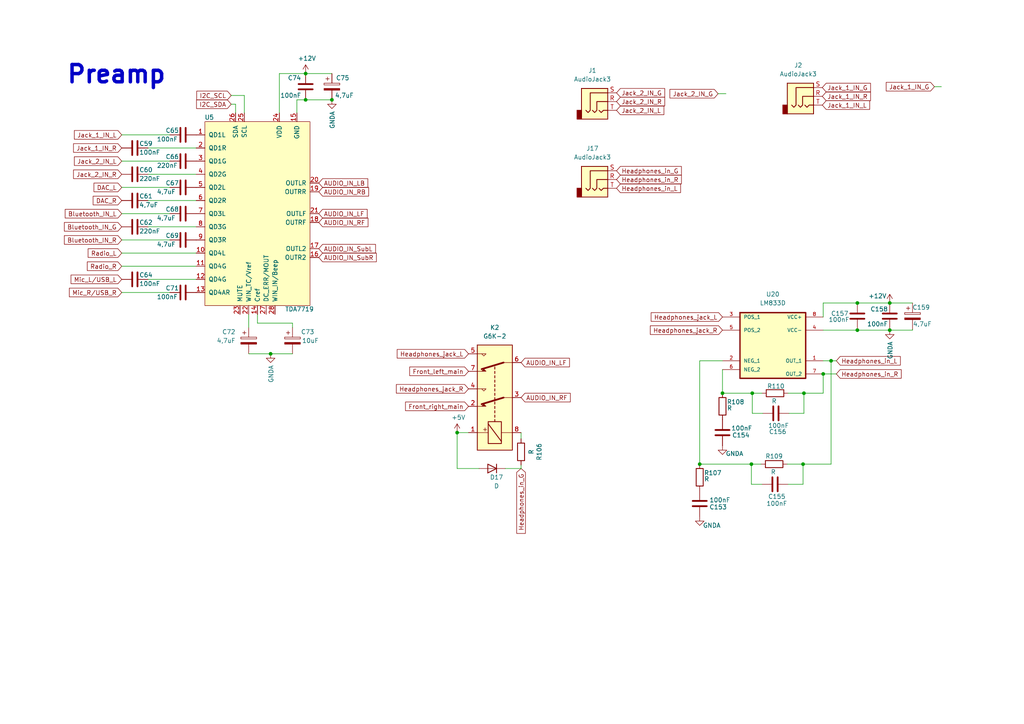
<source format=kicad_sch>
(kicad_sch (version 20211123) (generator eeschema)
  (paper "A4")
  (lib_symbols
    (symbol "Connector:AudioJack3"
      (property "Reference" "J" (at 0 8.89 0))
      (property "Value" "AudioJack3" (at 0 6.35 0))
      (symbol "AudioJack3_0_1"
        (rectangle (start -5.08 -5.08) (end -6.35 -2.54) (stroke (width 0.254)) (fill (type outline)))
        (polyline (pts (xy 0 -2.54) (xy 0.635 -3.175) (xy 1.27 -2.54) (xy 2.54 -2.54)) (stroke (width 0.254)))
        (polyline (pts (xy -1.905 -2.54) (xy -1.27 -3.175) (xy -0.635 -2.54) (xy -0.635 0) (xy 2.54 0)) (stroke (width 0.254)))
        (polyline (pts (xy 2.54 2.54) (xy -2.54 2.54) (xy -2.54 -2.54) (xy -3.175 -3.175) (xy -3.81 -2.54)) (stroke (width 0.254)))
        (rectangle (start 2.54 3.81) (end -5.08 -5.08) (stroke (width 0.254)) (fill (type background)))
      )
      (symbol "AudioJack3_1_1"
        (pin passive line (at 5.08 0 180) (length 2.54) (name "~") (number "R"))
        (pin passive line (at 5.08 2.54 180) (length 2.54) (name "~") (number "S"))
        (pin passive line (at 5.08 -2.54 180) (length 2.54) (name "~") (number "T"))
      )
    )
    (symbol "Device:C" (pin_numbers hide) (pin_names (offset 0.254))
      (property "Reference" "C" (at 0.635 2.54 0))
      (property "Value" "C" (at 0.635 -2.54 0))
      (symbol "C_0_1"
        (polyline (pts (xy -2.032 -0.762) (xy 2.032 -0.762)) (stroke (width 0.508)))
        (polyline (pts (xy -2.032 0.762) (xy 2.032 0.762)) (stroke (width 0.508)))
      )
      (symbol "C_1_1"
        (pin passive line (at 0 3.81 270) (length 2.794) (name "~") (number "1"))
        (pin passive line (at 0 -3.81 90) (length 2.794) (name "~") (number "2"))
      )
    )
    (symbol "Device:CP" (pin_numbers hide) (pin_names (offset 0.254))
      (property "Reference" "C" (at 0.635 2.54 0))
      (property "Value" "Device_CP" (at 0.635 -2.54 0))
      (symbol "CP_0_1"
        (rectangle (start -2.286 0.508) (end 2.286 1.016))
        (polyline (pts (xy -1.778 2.286) (xy -0.762 2.286)))
        (polyline (pts (xy -1.27 2.794) (xy -1.27 1.778)))
        (rectangle (start 2.286 -0.508) (end -2.286 -1.016) (fill (type outline)))
      )
      (symbol "CP_1_1"
        (pin passive line (at 0 3.81 270) (length 2.794) (name "~") (number "1"))
        (pin passive line (at 0 -3.81 90) (length 2.794) (name "~") (number "2"))
      )
    )
    (symbol "Device:D" (pin_numbers hide) (pin_names (offset 1.016) hide)
      (property "Reference" "D" (at 0 2.54 0))
      (property "Value" "D" (at 0 -2.54 0))
      (symbol "D_0_1"
        (polyline (pts (xy -1.27 1.27) (xy -1.27 -1.27)) (stroke (width 0.254)))
        (polyline (pts (xy 1.27 0) (xy -1.27 0)))
        (polyline (pts (xy 1.27 1.27) (xy 1.27 -1.27) (xy -1.27 0) (xy 1.27 1.27)) (stroke (width 0.254)))
      )
      (symbol "D_1_1"
        (pin passive line (at -3.81 0 0) (length 2.54) (name "K") (number "1"))
        (pin passive line (at 3.81 0 180) (length 2.54) (name "A") (number "2"))
      )
    )
    (symbol "Device:R" (pin_numbers hide) (pin_names (offset 0))
      (property "Reference" "R" (at 2.032 0 90))
      (property "Value" "R" (at 0 0 90))
      (symbol "R_0_1"
        (rectangle (start -1.016 -2.54) (end 1.016 2.54) (stroke (width 0.254)))
      )
      (symbol "R_1_1"
        (pin passive line (at 0 3.81 270) (length 1.27) (name "~") (number "1"))
        (pin passive line (at 0 -3.81 90) (length 1.27) (name "~") (number "2"))
      )
    )
    (symbol "Relay:G6K-2"
      (property "Reference" "K" (at 16.51 3.81 0))
      (property "Value" "G6K-2" (at 16.51 1.27 0))
      (symbol "G6K-2_0_0"
        (text "+" (at -9.271 2.921 0) (effects (font (size 1.27 1.27))))
      )
      (symbol "G6K-2_0_1"
        (rectangle (start -15.24 5.08) (end 15.24 -5.08) (stroke (width 0.254)) (fill (type background)))
        (rectangle (start -13.335 1.905) (end -6.985 -1.905) (stroke (width 0.254)))
        (polyline (pts (xy -12.7 -1.905) (xy -7.62 1.905)) (stroke (width 0.254)))
        (polyline (pts (xy -10.16 -5.08) (xy -10.16 -1.905)))
        (polyline (pts (xy -10.16 5.08) (xy -10.16 1.905)))
        (polyline (pts (xy -6.985 0) (xy -6.35 0)) (stroke (width 0.254)))
        (polyline (pts (xy -5.715 0) (xy -5.08 0)) (stroke (width 0.254)))
        (polyline (pts (xy -4.445 0) (xy -3.81 0)) (stroke (width 0.254)))
        (polyline (pts (xy -3.175 0) (xy -2.54 0)) (stroke (width 0.254)))
        (polyline (pts (xy -1.905 0) (xy -1.27 0)) (stroke (width 0.254)))
        (polyline (pts (xy -0.635 0) (xy 0 0)) (stroke (width 0.254)))
        (polyline (pts (xy 0 -2.54) (xy -1.905 3.81)) (stroke (width 0.508)))
        (polyline (pts (xy 0 -2.54) (xy 0 -5.08)))
        (polyline (pts (xy 0.635 0) (xy 1.27 0)) (stroke (width 0.254)))
        (polyline (pts (xy 1.905 0) (xy 2.54 0)) (stroke (width 0.254)))
        (polyline (pts (xy 3.175 0) (xy 3.81 0)) (stroke (width 0.254)))
        (polyline (pts (xy 4.445 0) (xy 5.08 0)) (stroke (width 0.254)))
        (polyline (pts (xy 5.715 0) (xy 6.35 0)) (stroke (width 0.254)))
        (polyline (pts (xy 6.985 0) (xy 7.62 0)) (stroke (width 0.254)))
        (polyline (pts (xy 8.255 0) (xy 8.89 0)) (stroke (width 0.254)))
        (polyline (pts (xy 10.16 -2.54) (xy 8.255 3.81)) (stroke (width 0.508)))
        (polyline (pts (xy 10.16 -2.54) (xy 10.16 -5.08)))
        (polyline (pts (xy -2.54 5.08) (xy -2.54 2.54) (xy -1.905 3.175) (xy -2.54 3.81)) (fill (type outline)))
        (polyline (pts (xy 2.54 5.08) (xy 2.54 2.54) (xy 1.905 3.175) (xy 2.54 3.81)))
        (polyline (pts (xy 7.62 5.08) (xy 7.62 2.54) (xy 8.255 3.175) (xy 7.62 3.81)) (fill (type outline)))
        (polyline (pts (xy 12.7 5.08) (xy 12.7 2.54) (xy 12.065 3.175) (xy 12.7 3.81)))
      )
      (symbol "G6K-2_1_1"
        (pin passive line (at -10.16 7.62 270) (length 2.54) (name "~") (number "1"))
        (pin passive line (at -2.54 7.62 270) (length 2.54) (name "~") (number "2"))
        (pin passive line (at 0 -7.62 90) (length 2.54) (name "~") (number "3"))
        (pin passive line (at 2.54 7.62 270) (length 2.54) (name "~") (number "4"))
        (pin passive line (at 12.7 7.62 270) (length 2.54) (name "~") (number "5"))
        (pin passive line (at 10.16 -7.62 90) (length 2.54) (name "~") (number "6"))
        (pin passive line (at 7.62 7.62 270) (length 2.54) (name "~") (number "7"))
        (pin passive line (at -10.16 -7.62 90) (length 2.54) (name "~") (number "8"))
      )
    )
    (symbol "amplituner_lib_sym:LM833D" (pin_names (offset 1.016))
      (property "Reference" "U" (at -12.7 11.43 0))
      (property "Value" "LM833D" (at -12.7 -10.16 0))
      (symbol "LM833D_0_0"
        (rectangle (start -12.7 11.43) (end 6.35 -7.62) (stroke (width 0.4064)) (fill (type background)))
        (pin output line (at 11.43 -2.54 180) (length 5.08) (name "OUT_1") (number "1"))
        (pin input line (at -17.78 -2.54 0) (length 5.08) (name "NEG_1") (number "2"))
        (pin input line (at -17.78 10.16 0) (length 5.08) (name "POS_1") (number "3"))
        (pin power_in line (at 11.43 6.35 180) (length 5.08) (name "VCC-") (number "4"))
        (pin input line (at -17.78 6.35 0) (length 5.08) (name "POS_2") (number "5"))
        (pin input line (at -17.78 -5.08 0) (length 5.08) (name "NEG_2") (number "6"))
        (pin output line (at 11.43 -6.35 180) (length 5.08) (name "OUT_2") (number "7"))
        (pin power_in line (at 11.43 10.16 180) (length 5.08) (name "VCC+") (number "8"))
      )
    )
    (symbol "block-sch-rescue:Ultra_kombajn_audio-cache_TDA7719-Ultra_kombajn_audio-cache" (pin_names (offset 1.016))
      (property "Reference" "U" (at -8.89 20.32 0))
      (property "Value" "Ultra_kombajn_audio-cache_TDA7719-Ultra_kombajn_audio-cache" (at 16.51 -35.56 0))
      (symbol "Ultra_kombajn_audio-cache_TDA7719-Ultra_kombajn_audio-cache_0_1"
        (rectangle (start -10.16 19.05) (end 20.32 -34.29) (fill (type background)))
      )
      (symbol "Ultra_kombajn_audio-cache_TDA7719-Ultra_kombajn_audio-cache_1_1"
        (pin input line (at -12.7 15.24 0) (length 2.54) (name "QD1L") (number "1"))
        (pin input line (at -12.7 -19.05 0) (length 2.54) (name "QD4L") (number "10"))
        (pin input line (at -12.7 -22.86 0) (length 2.54) (name "QD4G") (number "11"))
        (pin input line (at -12.7 -26.67 0) (length 2.54) (name "QD4G") (number "12"))
        (pin input line (at -12.7 -30.48 0) (length 2.54) (name "QD4AR") (number "13"))
        (pin input line (at 5.08 -36.83 90) (length 2.54) (name "Cref") (number "14"))
        (pin output line (at 16.51 21.59 270) (length 2.54) (name "GND") (number "15"))
        (pin output line (at 22.86 -20.32 180) (length 2.54) (name "OUTR2") (number "16"))
        (pin output line (at 22.86 -17.78 180) (length 2.54) (name "OUTL2") (number "17"))
        (pin output line (at 22.86 -10.16 180) (length 2.54) (name "OUTRF") (number "18"))
        (pin output line (at 22.86 -1.27 180) (length 2.54) (name "OUTRR") (number "19"))
        (pin input line (at -12.7 11.43 0) (length 2.54) (name "QD1R") (number "2"))
        (pin output line (at 22.86 1.27 180) (length 2.54) (name "OUTLR") (number "20"))
        (pin output line (at 22.86 -7.62 180) (length 2.54) (name "OUTLF") (number "21"))
        (pin input line (at 2.54 -36.83 90) (length 2.54) (name "WIN_TC/Vref") (number "22"))
        (pin input line (at 0 -36.83 90) (length 2.54) (name "MUTE") (number "23"))
        (pin input line (at 11.43 21.59 270) (length 2.54) (name "VDD") (number "24"))
        (pin input line (at 1.27 21.59 270) (length 2.54) (name "SCL") (number "25"))
        (pin input line (at -1.27 21.59 270) (length 2.54) (name "SDA") (number "26"))
        (pin input line (at 7.62 -36.83 90) (length 2.54) (name "DC_ERR/MOUT") (number "27"))
        (pin input line (at 10.16 -36.83 90) (length 2.54) (name "WIN_IN/Beep") (number "28"))
        (pin input line (at -12.7 7.62 0) (length 2.54) (name "QD1G") (number "3"))
        (pin input line (at -12.7 3.81 0) (length 2.54) (name "QD2G") (number "4"))
        (pin input line (at -12.7 0 0) (length 2.54) (name "QD2L") (number "5"))
        (pin input line (at -12.7 -3.81 0) (length 2.54) (name "QD2R") (number "6"))
        (pin input line (at -12.7 -7.62 0) (length 2.54) (name "QD3L") (number "7"))
        (pin input line (at -12.7 -11.43 0) (length 2.54) (name "QD3G") (number "8"))
        (pin input line (at -12.7 -15.24 0) (length 2.54) (name "QD3R") (number "9"))
      )
    )
    (symbol "power:+12V" (power) (pin_names (offset 0))
      (property "Value" "+12V" (at 0 3.556 0))
      (symbol "+12V_0_1"
        (polyline (pts (xy -0.762 1.27) (xy 0 2.54)))
        (polyline (pts (xy 0 0) (xy 0 2.54)))
        (polyline (pts (xy 0 2.54) (xy 0.762 1.27)))
      )
      (symbol "+12V_1_1"
        (pin power_in line (at 0 0 90) (length 0) hide (name "+12V") (number "1"))
      )
    )
    (symbol "power:+5V" (power) (pin_names (offset 0))
      (property "Value" "+5V" (at 0 3.556 0))
      (symbol "+5V_0_1"
        (polyline (pts (xy -0.762 1.27) (xy 0 2.54)))
        (polyline (pts (xy 0 0) (xy 0 2.54)))
        (polyline (pts (xy 0 2.54) (xy 0.762 1.27)))
      )
      (symbol "+5V_1_1"
        (pin power_in line (at 0 0 90) (length 0) hide (name "+5V") (number "1"))
      )
    )
    (symbol "power:GNDA" (power) (pin_names (offset 0))
      (property "Value" "GNDA" (at 0 -3.81 0))
      (symbol "GNDA_0_1"
        (polyline (pts (xy 0 0) (xy 0 -1.27) (xy 1.27 -1.27) (xy 0 -2.54) (xy -1.27 -1.27) (xy 0 -1.27)))
      )
      (symbol "GNDA_1_1"
        (pin power_in line (at 0 0 270) (length 0) hide (name "GNDA") (number "1"))
      )
    )
  )
  (junction (at 88.646 28.956))
  (junction (at 232.918 134.62))
  (junction (at 248.666 87.884))
  (junction (at 233.172 114.046))
  (junction (at 258.064 95.758))
  (junction (at 241.046 104.648))
  (junction (at 88.646 21.336))
  (junction (at 217.932 134.62))
  (junction (at 202.946 134.62))
  (junction (at 258.064 87.884))
  (junction (at 96.266 28.956))
  (junction (at 78.486 102.616))
  (junction (at 218.186 114.046))
  (junction (at 248.666 95.758))
  (junction (at 132.588 125.476))
  (junction (at 238.76 108.458))
  (junction (at 209.55 114.046))
  (wire (pts (xy 228.6 140.462) (xy 232.918 140.462)))
  (wire (pts (xy 208.28 27.178) (xy 210.566 27.178)))
  (wire (pts (xy 202.946 104.648) (xy 202.946 134.62)))
  (wire (pts (xy 238.76 87.884) (xy 248.666 87.884)))
  (wire (pts (xy 238.76 108.458) (xy 238.76 114.046)))
  (wire (pts (xy 42.926 58.166) (xy 56.896 58.166)))
  (wire (pts (xy 67.056 27.686) (xy 70.866 27.686)))
  (wire (pts (xy 233.172 119.888) (xy 233.172 114.046)))
  (wire (pts (xy 88.646 21.336) (xy 96.266 21.336)))
  (wire (pts (xy 35.306 46.736) (xy 49.276 46.736)))
  (wire (pts (xy 74.676 91.186) (xy 74.676 93.726)))
  (wire (pts (xy 220.726 134.62) (xy 217.932 134.62)))
  (wire (pts (xy 233.172 114.046) (xy 228.6 114.046)))
  (wire (pts (xy 218.186 114.046) (xy 209.55 114.046)))
  (wire (pts (xy 35.306 73.406) (xy 56.896 73.406)))
  (wire (pts (xy 42.926 42.926) (xy 56.896 42.926)))
  (wire (pts (xy 221.234 119.888) (xy 218.186 119.888)))
  (wire (pts (xy 218.186 119.888) (xy 218.186 114.046)))
  (wire (pts (xy 248.666 87.884) (xy 258.064 87.884)))
  (wire (pts (xy 238.76 104.648) (xy 241.046 104.648)))
  (wire (pts (xy 264.668 95.504) (xy 264.668 95.758)))
  (wire (pts (xy 248.666 95.758) (xy 258.064 95.758)))
  (wire (pts (xy 35.306 77.216) (xy 56.896 77.216)))
  (wire (pts (xy 68.326 30.226) (xy 68.326 32.766)))
  (wire (pts (xy 151.13 134.874) (xy 151.13 135.89)))
  (wire (pts (xy 228.854 119.888) (xy 233.172 119.888)))
  (wire (pts (xy 42.926 81.026) (xy 56.896 81.026)))
  (wire (pts (xy 202.946 134.62) (xy 217.932 134.62)))
  (wire (pts (xy 238.76 95.758) (xy 248.666 95.758)))
  (wire (pts (xy 228.346 134.62) (xy 232.918 134.62)))
  (wire (pts (xy 42.926 50.546) (xy 56.896 50.546)))
  (wire (pts (xy 220.98 114.046) (xy 218.186 114.046)))
  (wire (pts (xy 49.276 84.836) (xy 35.306 84.836)))
  (wire (pts (xy 35.306 61.976) (xy 49.276 61.976)))
  (wire (pts (xy 35.306 69.596) (xy 49.276 69.596)))
  (wire (pts (xy 258.064 95.758) (xy 258.064 95.504)))
  (wire (pts (xy 81.026 21.336) (xy 88.646 21.336)))
  (wire (pts (xy 138.938 135.89) (xy 132.588 135.89)))
  (wire (pts (xy 49.276 39.116) (xy 35.306 39.116)))
  (wire (pts (xy 72.136 91.186) (xy 72.136 94.996)))
  (wire (pts (xy 146.558 135.89) (xy 151.13 135.89)))
  (wire (pts (xy 248.666 95.504) (xy 248.666 95.758)))
  (wire (pts (xy 88.646 28.956) (xy 96.266 28.956)))
  (wire (pts (xy 238.76 108.458) (xy 242.57 108.458)))
  (wire (pts (xy 151.13 125.476) (xy 151.13 127.254)))
  (wire (pts (xy 78.486 102.616) (xy 84.836 102.616)))
  (wire (pts (xy 132.588 125.476) (xy 135.89 125.476)))
  (wire (pts (xy 220.98 140.462) (xy 217.932 140.462)))
  (wire (pts (xy 232.918 134.62) (xy 241.046 134.62)))
  (wire (pts (xy 232.918 134.62) (xy 232.918 140.462)))
  (wire (pts (xy 241.046 104.648) (xy 242.57 104.648)))
  (wire (pts (xy 86.106 28.956) (xy 88.646 28.956)))
  (wire (pts (xy 42.926 65.786) (xy 56.896 65.786)))
  (wire (pts (xy 258.064 87.884) (xy 264.668 87.884)))
  (wire (pts (xy 241.046 104.648) (xy 241.046 134.62)))
  (wire (pts (xy 202.946 104.648) (xy 209.55 104.648)))
  (wire (pts (xy 258.064 95.758) (xy 264.668 95.758)))
  (wire (pts (xy 67.056 30.226) (xy 68.326 30.226)))
  (wire (pts (xy 84.836 93.726) (xy 84.836 94.996)))
  (wire (pts (xy 271.018 25.146) (xy 273.05 25.146)))
  (wire (pts (xy 217.932 140.462) (xy 217.932 134.62)))
  (wire (pts (xy 132.588 135.89) (xy 132.588 125.476)))
  (wire (pts (xy 81.026 32.766) (xy 81.026 21.336)))
  (wire (pts (xy 35.306 54.356) (xy 49.276 54.356)))
  (wire (pts (xy 238.76 91.948) (xy 238.76 87.884)))
  (wire (pts (xy 70.866 27.686) (xy 70.866 32.766)))
  (wire (pts (xy 86.106 28.956) (xy 86.106 32.766)))
  (wire (pts (xy 74.676 93.726) (xy 84.836 93.726)))
  (wire (pts (xy 72.136 102.616) (xy 78.486 102.616)))
  (wire (pts (xy 238.76 114.046) (xy 233.172 114.046)))
  (wire (pts (xy 209.55 114.046) (xy 209.55 107.188)))
  (text "Preamp" (at 19.05 24.638 0) (effects (font (size 5.0038 5.0038) (thickness 1.0008) bold) (justify left bottom)))
  (global_label "AUDIO_IN_LF" (shape input) (at 92.456 61.976 0) (property "Intersheet References" "${INTERSHEET_REFS}" (effects hide)))
  (global_label "AUDIO_IN_RB" (shape input) (at 92.456 55.626 0) (property "Intersheet References" "${INTERSHEET_REFS}" (effects hide)))
  (global_label "Headphones_jack_R" (shape input) (at 209.55 95.758 180) (property "Intersheet References" "${INTERSHEET_REFS}" (effects hide)))
  (global_label "I2C_SDA" (shape input) (at 67.056 30.226 180) (property "Intersheet References" "${INTERSHEET_REFS}" (effects hide)))
  (global_label "Jack_2_IN_L" (shape input) (at 178.816 32.004 0) (property "Intersheet References" "${INTERSHEET_REFS}" (effects hide)))
  (global_label "Headphones_in_L" (shape input) (at 178.816 54.61 0) (property "Intersheet References" "${INTERSHEET_REFS}" (effects hide)))
  (global_label "Headphones_jack_L" (shape input) (at 135.89 102.616 180) (property "Intersheet References" "${INTERSHEET_REFS}" (effects hide)))
  (global_label "Headphones_in_L" (shape input) (at 242.57 104.648 0) (property "Intersheet References" "${INTERSHEET_REFS}" (effects hide)))
  (global_label "Jack_1_IN_R" (shape input) (at 35.306 42.926 180) (property "Intersheet References" "${INTERSHEET_REFS}" (effects hide)))
  (global_label "AUDIO_IN_LB" (shape input) (at 92.456 53.086 0) (property "Intersheet References" "${INTERSHEET_REFS}" (effects hide)))
  (global_label "Radio_R" (shape input) (at 35.306 77.216 180) (property "Intersheet References" "${INTERSHEET_REFS}" (effects hide)))
  (global_label "Jack_1_IN_L" (shape input) (at 238.506 30.48 0) (property "Intersheet References" "${INTERSHEET_REFS}" (effects hide)))
  (global_label "Front_left_main" (shape input) (at 135.89 107.696 180) (property "Intersheet References" "${INTERSHEET_REFS}" (effects hide)))
  (global_label "Headphones_in_G" (shape input) (at 178.816 49.53 0) (property "Intersheet References" "${INTERSHEET_REFS}" (effects hide)))
  (global_label "Jack_2_IN_G" (shape input) (at 208.28 27.178 180) (property "Intersheet References" "${INTERSHEET_REFS}" (effects hide)))
  (global_label "AUDIO_IN_SubL" (shape input) (at 92.456 72.136 0) (property "Intersheet References" "${INTERSHEET_REFS}" (effects hide)))
  (global_label "DAC_L" (shape input) (at 35.306 54.356 180) (property "Intersheet References" "${INTERSHEET_REFS}" (effects hide)))
  (global_label "Radio_L" (shape input) (at 35.306 73.406 180) (property "Intersheet References" "${INTERSHEET_REFS}" (effects hide)))
  (global_label "Jack_1_IN_L" (shape input) (at 35.306 39.116 180) (property "Intersheet References" "${INTERSHEET_REFS}" (effects hide)))
  (global_label "Bluetooth_IN_L" (shape input) (at 35.306 61.976 180) (property "Intersheet References" "${INTERSHEET_REFS}" (effects hide)))
  (global_label "Jack_2_IN_L" (shape input) (at 35.306 46.736 180) (property "Intersheet References" "${INTERSHEET_REFS}" (effects hide)))
  (global_label "Mic_R{slash}USB_R" (shape input) (at 35.306 84.836 180) (property "Intersheet References" "${INTERSHEET_REFS}" (effects hide)))
  (global_label "Jack_1_IN_G" (shape input) (at 238.506 25.4 0) (property "Intersheet References" "${INTERSHEET_REFS}" (effects hide)))
  (global_label "Headphones_in_G" (shape input) (at 151.13 135.89 270) (property "Intersheet References" "${INTERSHEET_REFS}" (effects hide)))
  (global_label "AUDIO_IN_RF" (shape input) (at 151.13 115.316 0) (property "Intersheet References" "${INTERSHEET_REFS}" (effects hide)))
  (global_label "Front_right_main" (shape input) (at 135.89 117.856 180) (property "Intersheet References" "${INTERSHEET_REFS}" (effects hide)))
  (global_label "DAC_R" (shape input) (at 35.306 58.166 180) (property "Intersheet References" "${INTERSHEET_REFS}" (effects hide)))
  (global_label "AUDIO_IN_LF" (shape input) (at 151.13 105.156 0) (property "Intersheet References" "${INTERSHEET_REFS}" (effects hide)))
  (global_label "I2C_SCL" (shape input) (at 67.056 27.686 180) (property "Intersheet References" "${INTERSHEET_REFS}" (effects hide)))
  (global_label "Headphones_jack_R" (shape input) (at 135.89 112.776 180) (property "Intersheet References" "${INTERSHEET_REFS}" (effects hide)))
  (global_label "Jack_2_IN_G" (shape input) (at 178.816 26.924 0) (property "Intersheet References" "${INTERSHEET_REFS}" (effects hide)))
  (global_label "Headphones_in_R" (shape input) (at 178.816 52.07 0) (property "Intersheet References" "${INTERSHEET_REFS}" (effects hide)))
  (global_label "Bluetooth_IN_R" (shape input) (at 35.306 69.596 180) (property "Intersheet References" "${INTERSHEET_REFS}" (effects hide)))
  (global_label "Mic_L{slash}USB_L" (shape input) (at 35.306 81.026 180) (property "Intersheet References" "${INTERSHEET_REFS}" (effects hide)))
  (global_label "Bluetooth_IN_G" (shape input) (at 35.306 65.786 180) (property "Intersheet References" "${INTERSHEET_REFS}" (effects hide)))
  (global_label "Headphones_in_R" (shape input) (at 242.57 108.458 0) (property "Intersheet References" "${INTERSHEET_REFS}" (effects hide)))
  (global_label "AUDIO_IN_RF" (shape input) (at 92.456 64.516 0) (property "Intersheet References" "${INTERSHEET_REFS}" (effects hide)))
  (global_label "Jack_2_IN_R" (shape input) (at 178.816 29.464 0) (property "Intersheet References" "${INTERSHEET_REFS}" (effects hide)))
  (global_label "Jack_1_IN_G" (shape input) (at 271.018 25.146 180) (property "Intersheet References" "${INTERSHEET_REFS}" (effects hide)))
  (global_label "AUDIO_IN_SubR" (shape input) (at 92.456 74.676 0) (property "Intersheet References" "${INTERSHEET_REFS}" (effects hide)))
  (global_label "Jack_1_IN_R" (shape input) (at 238.506 27.94 0) (property "Intersheet References" "${INTERSHEET_REFS}" (effects hide)))
  (global_label "Jack_2_IN_R" (shape input) (at 35.306 50.546 180) (property "Intersheet References" "${INTERSHEET_REFS}" (effects hide)))
  (global_label "Headphones_jack_L" (shape input) (at 209.55 91.948 180) (property "Intersheet References" "${INTERSHEET_REFS}" (effects hide)))
  (symbol (lib_id "Device:C") (at 88.646 25.146 180) (unit 1)
    (property "Reference" "C74" (at 87.376 22.606 0) (effects (justify left)))
    (property "Value" "100nF" (at 87.376 27.686 0) (effects (justify left)))
    (property "Footprint" "Capacitor_SMD:C_1206_3216Metric" (effects hide))
  )
  (symbol (lib_id "Device:CP") (at 96.266 25.146 0) (unit 1)
    (property "Reference" "C75" (at 101.346 22.606 0) (effects (justify right)))
    (property "Value" "4,7uF" (at 102.616 27.686 0) (effects (justify right)))
    (property "Footprint" "Capacitor_THT:CP_Radial_D6.3mm_P2.50mm" (effects hide))
  )
  (symbol (lib_id "Device:C") (at 39.116 81.026 270) (unit 1)
    (property "Reference" "C64" (at 40.386 79.756 90) (effects (justify left)))
    (property "Value" "100nF" (at 40.386 82.296 90) (effects (justify left)))
    (property "Footprint" "Capacitor_SMD:C_1206_3216Metric" (effects hide))
  )
  (symbol (lib_id "Device:CP") (at 84.836 98.806 0) (unit 1)
    (property "Reference" "C73" (at 91.186 96.266 0) (effects (justify right)))
    (property "Value" "10uF" (at 92.456 98.806 0) (effects (justify right)))
    (property "Footprint" "Capacitor_THT:CP_Radial_D6.3mm_P2.50mm" (effects hide))
  )
  (symbol (lib_id "power:+12V") (at 88.646 21.336 0) (unit 1)
    (property "Reference" "#PWR010" (effects hide))
    (property "Value" "+12V" (at 89.027 16.9418 0))
  )
  (symbol (lib_id "power:GNDA") (at 96.266 28.956 0) (unit 1)
    (property "Reference" "#PWR011" (effects hide))
    (property "Value" "GNDA" (at 96.393 32.2072 90) (effects (justify right)))
  )
  (symbol (lib_id "power:GNDA") (at 78.486 102.616 0) (unit 1)
    (property "Reference" "#PWR09" (effects hide))
    (property "Value" "GNDA" (at 78.613 105.8672 90) (effects (justify right)))
  )
  (symbol (lib_id "block-sch-rescue:Ultra_kombajn_audio-cache_TDA7719-Ultra_kombajn_audio-cache") (at 69.596 54.356 0) (unit 1)
    (property "Reference" "U5" (at 60.706 34.036 0))
    (property "Value" "TDA7719" (at 86.868 89.662 0))
    (property "Footprint" "lib-amplituner:TDA7719" (effects hide))
  )
  (symbol (lib_id "Device:C") (at 53.086 39.116 270) (unit 1)
    (property "Reference" "C65" (at 48.006 37.846 90) (effects (justify left)))
    (property "Value" "100nF" (at 45.466 40.386 90) (effects (justify left)))
    (property "Footprint" "Capacitor_SMD:C_1206_3216Metric" (effects hide))
  )
  (symbol (lib_id "Device:C") (at 39.116 42.926 270) (unit 1)
    (property "Reference" "C59" (at 40.386 41.656 90) (effects (justify left)))
    (property "Value" "100nF" (at 40.386 44.196 90) (effects (justify left)))
    (property "Footprint" "Capacitor_SMD:C_1206_3216Metric" (effects hide))
  )
  (symbol (lib_id "Device:C") (at 53.086 46.736 270) (unit 1)
    (property "Reference" "C66" (at 48.006 45.466 90) (effects (justify left)))
    (property "Value" "220nF" (at 45.466 48.006 90) (effects (justify left)))
    (property "Footprint" "Capacitor_SMD:C_1206_3216Metric" (effects hide))
  )
  (symbol (lib_id "Device:C") (at 53.086 54.356 270) (unit 1)
    (property "Reference" "C67" (at 48.006 53.086 90) (effects (justify left)))
    (property "Value" "4,7uF" (at 45.466 55.626 90) (effects (justify left)))
    (property "Footprint" "Capacitor_SMD:CP_Elec_6.3x5.2" (effects hide))
  )
  (symbol (lib_id "Device:C") (at 39.116 58.166 270) (unit 1)
    (property "Reference" "C61" (at 40.386 56.896 90) (effects (justify left)))
    (property "Value" "4,7uF" (at 40.386 59.436 90) (effects (justify left)))
    (property "Footprint" "Capacitor_SMD:CP_Elec_6.3x5.2" (effects hide))
  )
  (symbol (lib_id "Device:C") (at 53.086 84.836 270) (unit 1)
    (property "Reference" "C71" (at 48.006 83.566 90) (effects (justify left)))
    (property "Value" "100nF" (at 45.466 86.106 90) (effects (justify left)))
    (property "Footprint" "Capacitor_SMD:C_1206_3216Metric" (effects hide))
  )
  (symbol (lib_id "Device:C") (at 39.116 50.546 270) (unit 1)
    (property "Reference" "C60" (at 40.386 49.276 90) (effects (justify left)))
    (property "Value" "220nF" (at 40.386 51.816 90) (effects (justify left)))
    (property "Footprint" "Capacitor_SMD:C_1206_3216Metric" (effects hide))
  )
  (symbol (lib_id "Device:C") (at 53.086 69.596 270) (unit 1)
    (property "Reference" "C69" (at 48.006 68.326 90) (effects (justify left)))
    (property "Value" "4,7uF" (at 45.466 70.866 90) (effects (justify left)))
    (property "Footprint" "Capacitor_SMD:CP_Elec_6.3x5.2" (effects hide))
  )
  (symbol (lib_id "Device:C") (at 53.086 61.976 270) (unit 1)
    (property "Reference" "C68" (at 48.006 60.706 90) (effects (justify left)))
    (property "Value" "4,7uF" (at 45.466 63.246 90) (effects (justify left)))
    (property "Footprint" "Capacitor_SMD:CP_Elec_6.3x5.2" (effects hide))
  )
  (symbol (lib_id "Device:C") (at 39.116 65.786 270) (unit 1)
    (property "Reference" "C62" (at 40.386 64.516 90) (effects (justify left)))
    (property "Value" "220nF" (at 40.386 67.056 90) (effects (justify left)))
    (property "Footprint" "Capacitor_SMD:C_1206_3216Metric" (effects hide))
  )
  (symbol (lib_id "Device:CP") (at 72.136 98.806 0) (unit 1)
    (property "Reference" "C72" (at 68.326 96.266 0) (effects (justify right)))
    (property "Value" "4,7uF" (at 68.326 98.806 0) (effects (justify right)))
    (property "Footprint" "Capacitor_THT:CP_Radial_D6.3mm_P2.50mm" (effects hide))
  )
  (symbol (lib_id "Device:C") (at 209.55 125.476 0) (unit 1)
    (property "Reference" "C154" (at 212.344 126.238 0) (effects (justify left)))
    (property "Value" "100nF" (at 212.09 124.206 0) (effects (justify left)))
    (property "Footprint" "Capacitor_SMD:C_1206_3216Metric" (effects hide))
  )
  (symbol (lib_id "power:+12V") (at 258.064 87.884 0) (unit 1)
    (property "Reference" "#PWR0147" (effects hide))
    (property "Value" "+12V" (at 254.508 85.852 0))
  )
  (symbol (lib_id "power:+5V") (at 132.588 125.476 0) (unit 1)
    (property "Reference" "#PWR0144" (effects hide))
    (property "Value" "+5V" (at 132.969 121.0818 0))
  )
  (symbol (lib_id "Device:C") (at 258.064 91.694 180) (unit 1)
    (property "Reference" "C158" (at 257.556 89.662 0) (effects (justify left)))
    (property "Value" "100nF" (at 257.556 93.98 0) (effects (justify left)))
    (property "Footprint" "Capacitor_SMD:C_1206_3216Metric" (effects hide))
  )
  (symbol (lib_id "Device:D") (at 142.748 135.89 180) (unit 1)
    (property "Reference" "D17" (at 144.018 138.43 0))
    (property "Value" "D" (at 144.018 140.97 0))
    (property "Footprint" "Diode_THT:D_DO-35_SOD27_P7.62mm_Horizontal" (effects hide))
  )
  (symbol (lib_id "power:GNDA") (at 202.946 149.86 0) (unit 1)
    (property "Reference" "#PWR0145" (effects hide))
    (property "Value" "GNDA" (at 209.042 152.4 0) (effects (justify right)))
  )
  (symbol (lib_id "Device:C") (at 225.044 119.888 270) (unit 1)
    (property "Reference" "C156" (at 223.012 125.222 90) (effects (justify left)))
    (property "Value" "100nF" (at 222.758 123.444 90) (effects (justify left)))
    (property "Footprint" "Capacitor_SMD:C_1206_3216Metric" (effects hide))
  )
  (symbol (lib_id "Device:R") (at 209.55 117.856 0) (unit 1)
    (property "Reference" "R108" (at 213.36 116.586 0))
    (property "Value" "R" (at 211.582 118.364 0))
    (property "Footprint" "Resistor_SMD:R_1206_3216Metric" (effects hide))
  )
  (symbol (lib_id "Connector:AudioJack3") (at 173.736 29.464 0) (unit 1)
    (property "Reference" "J1" (at 171.831 20.447 0))
    (property "Value" "AudioJack3" (at 171.831 22.987 0))
    (property "Footprint" "Connector_Audio:Jack_3.5mm_CUI_SJ1-3533NG_Horizontal" (effects hide))
  )
  (symbol (lib_id "Device:C") (at 202.946 146.05 0) (unit 1)
    (property "Reference" "C153" (at 205.74 147.066 0) (effects (justify left)))
    (property "Value" "100nF" (at 205.74 145.034 0) (effects (justify left)))
    (property "Footprint" "Capacitor_SMD:C_1206_3216Metric" (effects hide))
  )
  (symbol (lib_id "Relay:G6K-2") (at 143.51 115.316 90) (unit 1)
    (property "Reference" "K2" (at 143.51 94.996 90))
    (property "Value" "G6K-2" (at 143.51 97.536 90))
    (property "Footprint" "Relay_SMD:Relay_DPDT_Omron_G6K-2F-Y" (effects hide))
    (property "Datasheet" "http://omronfs.omron.com/en_US/ecb/products/pdf/en-g6k.pdf" (effects hide))
  )
  (symbol (lib_id "Connector:AudioJack3") (at 173.736 52.07 0) (unit 1)
    (property "Reference" "J17" (at 171.831 43.053 0))
    (property "Value" "AudioJack3" (at 171.831 45.593 0))
    (property "Footprint" "Connector_Audio:Jack_3.5mm_CUI_SJ1-3533NG_Horizontal" (effects hide))
  )
  (symbol (lib_id "Device:R") (at 151.13 131.064 180) (unit 1)
    (property "Reference" "R106" (at 156.3878 131.064 90))
    (property "Value" "R" (at 154.0764 131.064 90))
    (property "Footprint" "Resistor_SMD:R_1206_3216Metric" (effects hide))
  )
  (symbol (lib_id "Device:R") (at 224.79 114.046 270) (unit 1)
    (property "Reference" "R110" (at 225.044 112.014 90))
    (property "Value" "R" (at 224.536 116.332 90))
    (property "Footprint" "Resistor_SMD:R_1206_3216Metric" (effects hide))
  )
  (symbol (lib_id "Connector:AudioJack3") (at 233.426 27.94 0) (unit 1)
    (property "Reference" "J2" (at 231.521 18.923 0))
    (property "Value" "AudioJack3" (at 231.521 21.463 0))
    (property "Footprint" "Connector_Audio:Jack_3.5mm_CUI_SJ1-3533NG_Horizontal" (effects hide))
  )
  (symbol (lib_id "Device:R") (at 224.536 134.62 270) (unit 1)
    (property "Reference" "R109" (at 224.536 132.334 90))
    (property "Value" "R" (at 224.282 136.906 90))
    (property "Footprint" "Resistor_SMD:R_1206_3216Metric" (effects hide))
  )
  (symbol (lib_id "Device:C") (at 224.79 140.462 270) (unit 1)
    (property "Reference" "C155" (at 222.758 144.018 90) (effects (justify left)))
    (property "Value" "100nF" (at 222.25 146.05 90) (effects (justify left)))
    (property "Footprint" "Capacitor_SMD:C_1206_3216Metric" (effects hide))
  )
  (symbol (lib_id "Device:CP") (at 264.668 91.694 0) (unit 1)
    (property "Reference" "C159" (at 269.748 89.154 0) (effects (justify right)))
    (property "Value" "4,7uF" (at 270.256 93.98 0) (effects (justify right)))
    (property "Footprint" "Capacitor_THT:CP_Radial_D6.3mm_P2.50mm" (effects hide))
  )
  (symbol (lib_id "amplituner_lib_sym:LM833D") (at 227.33 102.108 0) (unit 1)
    (property "Reference" "U20" (at 224.155 85.344 0))
    (property "Value" "LM833D" (at 224.155 87.884 0))
    (property "Footprint" "amplituner_lib:LMV358" (effects hide))
  )
  (symbol (lib_id "power:GNDA") (at 258.064 95.758 0) (unit 1)
    (property "Reference" "#PWR0148" (effects hide))
    (property "Value" "GNDA" (at 258.191 99.0092 90) (effects (justify right)))
  )
  (symbol (lib_id "Device:R") (at 202.946 138.43 0) (unit 1)
    (property "Reference" "R107" (at 206.756 137.16 0))
    (property "Value" "R" (at 204.978 138.938 0))
    (property "Footprint" "Resistor_SMD:R_1206_3216Metric" (effects hide))
  )
  (symbol (lib_id "Device:C") (at 248.666 91.694 180) (unit 1)
    (property "Reference" "C157" (at 246.126 90.932 0) (effects (justify left)))
    (property "Value" "100nF" (at 246.38 92.71 0) (effects (justify left)))
    (property "Footprint" "Capacitor_SMD:C_1206_3216Metric" (effects hide))
  )
  (symbol (lib_id "power:GNDA") (at 209.55 129.286 0) (unit 1)
    (property "Reference" "#PWR0146" (effects hide))
    (property "Value" "GNDA" (at 215.646 131.572 0) (effects (justify right)))
  )
)
</source>
